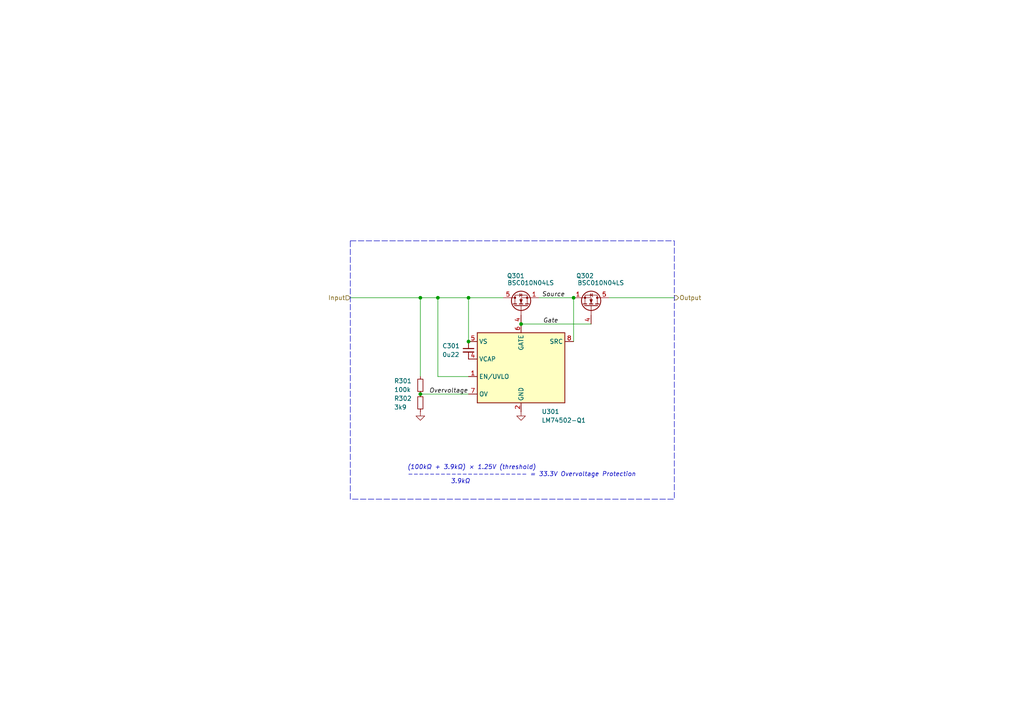
<source format=kicad_sch>
(kicad_sch (version 20250114) (generator "eeschema") (generator_version "9.0")
  (paper "A4")
  (title_block (title "Polarity Protection") (date "2025-10-24") (rev "3") (company "Versio Duo"))
  (lib_symbols
    (symbol "Device:C_Small" (pin_numbers (hide yes)) (pin_names (offset 0.254) (hide yes))
      (property "Reference" "C" (at 0.254 1.778 0))
      (property "Value" "C_Small" (at 0.254 -2.032 0))
      (symbol "C_Small_0_1"
        (polyline (pts (xy -1.524 0.508) (xy 1.524 0.508)) (stroke (width 0.3048)))
        (polyline (pts (xy -1.524 -0.508) (xy 1.524 -0.508)) (stroke (width 0.3302)))
      )
      (symbol "C_Small_1_1"
        (pin passive line (at 0 2.54 270) (length 2.032) (name "~") (number "1"))
        (pin passive line (at 0 -2.54 90) (length 2.032) (name "~") (number "2"))
      )
    )
    (symbol "Device:R_Small" (pin_numbers (hide yes)) (pin_names (offset 0.254) (hide yes))
      (property "Reference" "R" (at 0 0 90))
      (property "Value" "R_Small" (at 1.778 0 90))
      (symbol "R_Small_0_1"
        (rectangle (start -0.762 1.778) (end 0.762 -1.778) (stroke (width 0.2032)))
      )
      (symbol "R_Small_1_1"
        (pin passive line (at 0 2.54 270) (length 0.762) (name "~") (number "1"))
        (pin passive line (at 0 -2.54 90) (length 0.762) (name "~") (number "2"))
      )
    )
    (symbol "V2_Power_Management:LM74502-Q1"
      (property "Reference" "U" (at 2.54 -12.7 0))
      (property "Value" "LM74502-Q1" (at 2.54 -15.24 0))
      (symbol "LM74502-Q1_0_1"
        (rectangle (start -12.7 10.16) (end 12.7 -10.16) (stroke (width 0.254)) (fill (type background)))
      )
      (symbol "LM74502-Q1_1_1"
        (pin input line (at -15.24 7.62 0) (length 2.54) (name "VS") (number "5"))
        (pin bidirectional line (at -15.24 2.54 0) (length 2.54) (name "VCAP") (number "4"))
        (pin passive line (at -15.24 -2.54 0) (length 2.54) (name "EN/UVLO") (number "1"))
        (pin input line (at -15.24 -7.62 0) (length 2.54) (name "OV") (number "7"))
        (pin output line (at 0 12.7 270) (length 2.54) (name "GATE") (number "6"))
        (pin power_in line (at 0 -12.7 90) (length 2.54) (name "GND") (number "2"))
        (pin no_connect line (at 5.08 -25.4 0) (length 2.54) (hide yes) (name "") (number "3"))
        (pin input line (at 15.24 7.62 180) (length 2.54) (name "SRC") (number "8"))
      )
    )
    (symbol "V2_Transistor_FET:BSC010N04LS" (pin_names (hide yes))
      (property "Reference" "Q" (at 5.08 1.905 0))
      (property "Value" "BSC010N04LS" (at 5.08 0 0))
      (symbol "BSC010N04LS_0_1"
        (polyline (pts (xy 0.254 1.905) (xy 0.254 -1.905)) (stroke (width 0.254)))
        (polyline (pts (xy 0.254 0) (xy -2.54 0)))
        (polyline (pts (xy 0.762 2.286) (xy 0.762 1.27)) (stroke (width 0.254)))
        (polyline (pts (xy 0.762 0.508) (xy 0.762 -0.508)) (stroke (width 0.254)))
        (polyline (pts (xy 0.762 -1.27) (xy 0.762 -2.286)) (stroke (width 0.254)))
        (polyline (pts (xy 0.762 -1.778) (xy 3.302 -1.778) (xy 3.302 1.778) (xy 0.762 1.778)))
        (polyline (pts (xy 1.016 0) (xy 2.032 0.381) (xy 2.032 -0.381) (xy 1.016 0)) (fill (type outline)))
        (circle (center 1.651 0) (radius 2.794) (stroke (width 0.254)))
        (polyline (pts (xy 2.54 2.54) (xy 2.54 1.778)))
        (circle (center 2.54 1.778) (radius 0.254) (fill (type outline)))
        (circle (center 2.54 -1.778) (radius 0.254) (fill (type outline)))
        (polyline (pts (xy 2.54 -2.54) (xy 2.54 0) (xy 0.762 0)))
        (polyline (pts (xy 2.794 0.508) (xy 2.921 0.381) (xy 3.683 0.381) (xy 3.81 0.254)))
        (polyline (pts (xy 3.302 0.381) (xy 2.921 -0.254) (xy 3.683 -0.254) (xy 3.302 0.381)))
      )
      (symbol "BSC010N04LS_1_1"
        (pin passive line (at -5.08 0 0) (length 2.54) (name "G") (number "4"))
        (pin passive line (at 2.54 5.08 270) (length 2.54) (name "D") (number "5"))
        (pin passive line (at 2.54 -5.08 90) (length 2.54) (name "S") (number "1"))
      )
    )
    (symbol "power:GND" (power) (pin_numbers (hide yes)) (pin_names (offset 0) (hide yes))
      (property "Value" "GND" (at 0 -3.81 0))
      (symbol "GND_0_1"
        (polyline (pts (xy 0 0) (xy 0 -1.27) (xy 1.27 -1.27) (xy 0 -2.54) (xy -1.27 -1.27) (xy 0 -1.27)))
      )
      (symbol "GND_1_1"
        (pin power_in line (at 0 0 270) (length 0) (name "~") (number "1"))
      )
    )
  )
  (rectangle (start 101.6 69.85) (end 195.58 144.78) (stroke (width 0) (type dash)))
  (text "(100kΩ + 3.9kΩ) × 1.25V (threshold)\n---------------------- = 33.3V Overvoltage Protection\n             3.9kΩ" (at 118.11 140.462 0) (effects (font (size 1.27 1.27) (italic yes)) (justify left bottom)))
  (junction (at 121.92 86.36))
  (junction (at 135.89 86.36))
  (junction (at 135.89 99.06))
  (junction (at 151.13 93.98))
  (junction (at 121.92 114.3))
  (junction (at 127 86.36))
  (junction (at 166.37 86.36))
  (wire (pts (xy 121.92 109.22) (xy 121.92 86.36)))
  (wire (pts (xy 156.21 86.36) (xy 166.37 86.36)))
  (wire (pts (xy 101.6 86.36) (xy 121.92 86.36)))
  (wire (pts (xy 176.53 86.36) (xy 195.58 86.36)))
  (wire (pts (xy 127 86.36) (xy 135.89 86.36)))
  (wire (pts (xy 151.13 93.98) (xy 171.45 93.98)))
  (wire (pts (xy 121.92 114.3) (xy 135.89 114.3)))
  (wire (pts (xy 166.37 86.36) (xy 166.37 99.06)))
  (wire (pts (xy 135.89 86.36) (xy 146.05 86.36)))
  (wire (pts (xy 135.89 109.22) (xy 127 109.22)))
  (wire (pts (xy 121.92 86.36) (xy 127 86.36)))
  (wire (pts (xy 127 109.22) (xy 127 86.36)))
  (wire (pts (xy 135.89 86.36) (xy 135.89 99.06)))
  (label "Gate" (at 157.48 93.98 0) (effects (font (italic yes))))
  (label "Overvoltage" (at 124.46 114.3 0) (effects (font (italic yes))))
  (label "Source" (at 163.83 86.36 180) (effects (font (italic yes))))
  (hierarchical_label "Input" (shape input) (at 101.6 86.36 180))
  (hierarchical_label "Output" (shape output) (at 195.58 86.36 0))
  (symbol (lib_id "V2_Transistor_FET:BSC010N04LS") (at 151.13 88.9 90) (unit 1)
    (property "Reference" "Q301" (at 149.606 80.01 90))
    (property "Value" "BSC010N04LS" (at 153.924 82.042 90))
    (property "Footprint" "V2_Package_TO_SOT_SMD:TDSON-8-FL" (effects (hide yes)))
  )
  (symbol (lib_id "V2_Power_Management:LM74502-Q1") (at 151.13 106.68 0) (unit 1)
    (property "Reference" "U301" (at 157.0944 119.38 0) (effects (justify left)))
    (property "Value" "LM74502-Q1" (at 157.0944 121.92 0) (effects (justify left)))
    (property "Footprint" "V2_Package_TO_SOT_SMD:SOT-23-8" (effects (hide yes)))
    (property "Description" "Reverse Polarity Protection Controller" (effects (hide yes)))
  )
  (symbol (lib_id "Device:R_Small") (at 121.92 111.76 0) (unit 1)
    (property "Reference" "R301" (at 114.3 110.49 0) (effects (justify left)))
    (property "Value" "100k" (at 114.3 113.03 0) (effects (justify left)))
    (property "Footprint" "Resistor_SMD:R_0603_1608Metric" (effects (hide yes)))
    (property "Description" "Resistor, small symbol" (effects (hide yes)))
  )
  (symbol (lib_id "Device:C_Small") (at 135.89 101.6 0) (unit 1)
    (property "Reference" "C301" (at 128.27 100.33 0) (effects (justify left)))
    (property "Value" "0u22" (at 128.27 102.87 0) (effects (justify left)))
    (property "Footprint" "Capacitor_SMD:C_0603_1608Metric" (effects (hide yes)))
    (property "Description" "Unpolarized capacitor, small symbol" (effects (hide yes)))
  )
  (symbol (lib_id "Device:R_Small") (at 121.92 116.84 0) (unit 1)
    (property "Reference" "R302" (at 114.3 115.57 0) (effects (justify left)))
    (property "Value" "3k9" (at 114.3 118.11 0) (effects (justify left)))
    (property "Footprint" "Resistor_SMD:R_0603_1608Metric" (effects (hide yes)))
    (property "Description" "Resistor, small symbol" (effects (hide yes)))
  )
  (symbol (lib_id "V2_Transistor_FET:BSC010N04LS") (at 171.45 88.9 270) (mirror x) (unit 1)
    (property "Reference" "Q302" (at 169.672 80.01 90))
    (property "Value" "BSC010N04LS" (at 174.244 82.042 90))
    (property "Footprint" "V2_Package_TO_SOT_SMD:TDSON-8-FL" (effects (hide yes)))
  )
  (symbol (lib_id "power:GND") (at 151.13 119.38 0) (unit 1)
    (property "Reference" "#PWR0302" (effects (hide yes)))
    (property "Value" "GND" (effects (hide yes)))
    (property "Description" "Power symbol creates a global label with name \"GND\" , ground" (effects (hide yes)))
  )
  (symbol (lib_id "power:GND") (at 121.92 119.38 0) (unit 1)
    (property "Reference" "#PWR0301" (effects (hide yes)))
    (property "Value" "GND" (effects (hide yes)))
    (property "Description" "Power symbol creates a global label with name \"GND\" , ground" (effects (hide yes)))
  )
)
</source>
